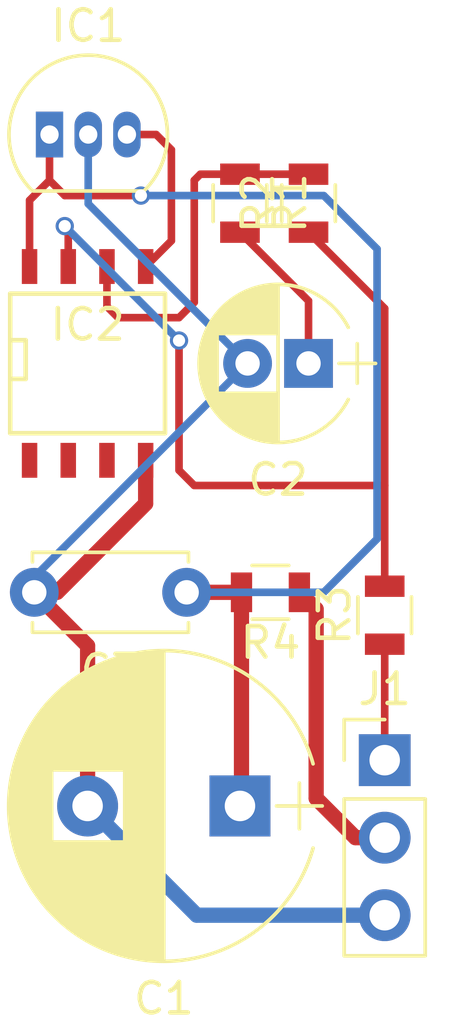
<source format=kicad_pcb>
(kicad_pcb (version 4) (host pcbnew 4.0.7)

  (general
    (links 17)
    (no_connects 0)
    (area 0 0 0 0)
    (thickness 1.6)
    (drawings 0)
    (tracks 57)
    (zones 0)
    (modules 10)
    (nets 12)
  )

  (page A4)
  (layers
    (0 F.Cu signal)
    (31 B.Cu signal)
    (32 B.Adhes user hide)
    (33 F.Adhes user hide)
    (34 B.Paste user hide)
    (35 F.Paste user hide)
    (36 B.SilkS user hide)
    (37 F.SilkS user)
    (38 B.Mask user hide)
    (39 F.Mask user hide)
    (40 Dwgs.User user hide)
    (41 Cmts.User user hide)
    (42 Eco1.User user hide)
    (43 Eco2.User user hide)
    (44 Edge.Cuts user hide)
    (45 Margin user hide)
    (46 B.CrtYd user hide)
    (47 F.CrtYd user)
    (48 B.Fab user hide)
    (49 F.Fab user)
  )

  (setup
    (last_trace_width 0.25)
    (user_trace_width 0.5)
    (trace_clearance 0.2)
    (zone_clearance 0.508)
    (zone_45_only no)
    (trace_min 0.2)
    (segment_width 0.2)
    (edge_width 0.1)
    (via_size 0.6)
    (via_drill 0.4)
    (via_min_size 0.4)
    (via_min_drill 0.3)
    (uvia_size 0.3)
    (uvia_drill 0.1)
    (uvias_allowed no)
    (uvia_min_size 0.2)
    (uvia_min_drill 0.1)
    (pcb_text_width 0.3)
    (pcb_text_size 1.5 1.5)
    (mod_edge_width 0.15)
    (mod_text_size 1 1)
    (mod_text_width 0.15)
    (pad_size 1.5 1.5)
    (pad_drill 0.6)
    (pad_to_mask_clearance 0)
    (aux_axis_origin 199 110.5)
    (grid_origin 150.75 87.75)
    (visible_elements FFFFFF1F)
    (pcbplotparams
      (layerselection 0x00030_80000001)
      (usegerberextensions false)
      (excludeedgelayer true)
      (linewidth 0.100000)
      (plotframeref false)
      (viasonmask false)
      (mode 1)
      (useauxorigin false)
      (hpglpennumber 1)
      (hpglpenspeed 20)
      (hpglpendiameter 15)
      (hpglpenoverlay 2)
      (psnegative false)
      (psa4output false)
      (plotreference true)
      (plotvalue true)
      (plotinvisibletext false)
      (padsonsilk false)
      (subtractmaskfromsilk false)
      (outputformat 1)
      (mirror false)
      (drillshape 1)
      (scaleselection 1)
      (outputdirectory ""))
  )

  (net 0 "")
  (net 1 +5V)
  (net 2 GND)
  (net 3 "Net-(C2-Pad1)")
  (net 4 "Net-(IC1-Pad3)")
  (net 5 "Net-(IC2-Pad7)")
  (net 6 "Net-(IC2-Pad6)")
  (net 7 "Net-(IC2-Pad3)")
  (net 8 "Net-(IC2-Pad2)")
  (net 9 "Net-(IC2-Pad1)")
  (net 10 "Net-(J1-Pad1)")
  (net 11 "Net-(J1-Pad2)")

  (net_class Default "This is the default net class."
    (clearance 0.2)
    (trace_width 0.25)
    (via_dia 0.6)
    (via_drill 0.4)
    (uvia_dia 0.3)
    (uvia_drill 0.1)
    (add_net +5V)
    (add_net GND)
    (add_net "Net-(C2-Pad1)")
    (add_net "Net-(IC1-Pad3)")
    (add_net "Net-(IC2-Pad1)")
    (add_net "Net-(IC2-Pad2)")
    (add_net "Net-(IC2-Pad3)")
    (add_net "Net-(IC2-Pad6)")
    (add_net "Net-(IC2-Pad7)")
    (add_net "Net-(J1-Pad1)")
    (add_net "Net-(J1-Pad2)")
  )

  (module Capacitors_ThroughHole:CP_Radial_D10.0mm_P5.00mm (layer F.Cu) (tedit 59EC7CF3) (tstamp 59EBF6C8)
    (at 107.75 125 180)
    (descr "CP, Radial series, Radial, pin pitch=5.00mm, , diameter=10mm, Electrolytic Capacitor")
    (tags "CP Radial series Radial pin pitch 5.00mm  diameter 10mm Electrolytic Capacitor")
    (path /59626EF0)
    (fp_text reference C1 (at 2.5 -6.31 180) (layer F.SilkS)
      (effects (font (size 1 1) (thickness 0.15)))
    )
    (fp_text value 1000µ (at 2.5 -6.25 180) (layer F.Fab)
      (effects (font (size 1 1) (thickness 0.15)))
    )
    (fp_arc (start 2.5 0) (end -2.399357 -1.38) (angle 148.5) (layer F.SilkS) (width 0.12))
    (fp_arc (start 2.5 0) (end -2.399357 1.38) (angle -148.5) (layer F.SilkS) (width 0.12))
    (fp_arc (start 2.5 0) (end 7.399357 -1.38) (angle 31.5) (layer F.SilkS) (width 0.12))
    (fp_circle (center 2.5 0) (end 7.5 0) (layer F.Fab) (width 0.1))
    (fp_line (start -2.7 0) (end -1.2 0) (layer F.Fab) (width 0.1))
    (fp_line (start -1.95 -0.75) (end -1.95 0.75) (layer F.Fab) (width 0.1))
    (fp_line (start 2.5 -5.05) (end 2.5 5.05) (layer F.SilkS) (width 0.12))
    (fp_line (start 2.54 -5.05) (end 2.54 5.05) (layer F.SilkS) (width 0.12))
    (fp_line (start 2.58 -5.05) (end 2.58 5.05) (layer F.SilkS) (width 0.12))
    (fp_line (start 2.62 -5.049) (end 2.62 5.049) (layer F.SilkS) (width 0.12))
    (fp_line (start 2.66 -5.048) (end 2.66 5.048) (layer F.SilkS) (width 0.12))
    (fp_line (start 2.7 -5.047) (end 2.7 5.047) (layer F.SilkS) (width 0.12))
    (fp_line (start 2.74 -5.045) (end 2.74 5.045) (layer F.SilkS) (width 0.12))
    (fp_line (start 2.78 -5.043) (end 2.78 5.043) (layer F.SilkS) (width 0.12))
    (fp_line (start 2.82 -5.04) (end 2.82 5.04) (layer F.SilkS) (width 0.12))
    (fp_line (start 2.86 -5.038) (end 2.86 5.038) (layer F.SilkS) (width 0.12))
    (fp_line (start 2.9 -5.035) (end 2.9 5.035) (layer F.SilkS) (width 0.12))
    (fp_line (start 2.94 -5.031) (end 2.94 5.031) (layer F.SilkS) (width 0.12))
    (fp_line (start 2.98 -5.028) (end 2.98 5.028) (layer F.SilkS) (width 0.12))
    (fp_line (start 3.02 -5.024) (end 3.02 5.024) (layer F.SilkS) (width 0.12))
    (fp_line (start 3.06 -5.02) (end 3.06 5.02) (layer F.SilkS) (width 0.12))
    (fp_line (start 3.1 -5.015) (end 3.1 5.015) (layer F.SilkS) (width 0.12))
    (fp_line (start 3.14 -5.01) (end 3.14 5.01) (layer F.SilkS) (width 0.12))
    (fp_line (start 3.18 -5.005) (end 3.18 5.005) (layer F.SilkS) (width 0.12))
    (fp_line (start 3.221 -4.999) (end 3.221 4.999) (layer F.SilkS) (width 0.12))
    (fp_line (start 3.261 -4.993) (end 3.261 4.993) (layer F.SilkS) (width 0.12))
    (fp_line (start 3.301 -4.987) (end 3.301 4.987) (layer F.SilkS) (width 0.12))
    (fp_line (start 3.341 -4.981) (end 3.341 4.981) (layer F.SilkS) (width 0.12))
    (fp_line (start 3.381 -4.974) (end 3.381 4.974) (layer F.SilkS) (width 0.12))
    (fp_line (start 3.421 -4.967) (end 3.421 4.967) (layer F.SilkS) (width 0.12))
    (fp_line (start 3.461 -4.959) (end 3.461 4.959) (layer F.SilkS) (width 0.12))
    (fp_line (start 3.501 -4.951) (end 3.501 4.951) (layer F.SilkS) (width 0.12))
    (fp_line (start 3.541 -4.943) (end 3.541 4.943) (layer F.SilkS) (width 0.12))
    (fp_line (start 3.581 -4.935) (end 3.581 4.935) (layer F.SilkS) (width 0.12))
    (fp_line (start 3.621 -4.926) (end 3.621 4.926) (layer F.SilkS) (width 0.12))
    (fp_line (start 3.661 -4.917) (end 3.661 4.917) (layer F.SilkS) (width 0.12))
    (fp_line (start 3.701 -4.907) (end 3.701 4.907) (layer F.SilkS) (width 0.12))
    (fp_line (start 3.741 -4.897) (end 3.741 4.897) (layer F.SilkS) (width 0.12))
    (fp_line (start 3.781 -4.887) (end 3.781 4.887) (layer F.SilkS) (width 0.12))
    (fp_line (start 3.821 -4.876) (end 3.821 -1.181) (layer F.SilkS) (width 0.12))
    (fp_line (start 3.821 1.181) (end 3.821 4.876) (layer F.SilkS) (width 0.12))
    (fp_line (start 3.861 -4.865) (end 3.861 -1.181) (layer F.SilkS) (width 0.12))
    (fp_line (start 3.861 1.181) (end 3.861 4.865) (layer F.SilkS) (width 0.12))
    (fp_line (start 3.901 -4.854) (end 3.901 -1.181) (layer F.SilkS) (width 0.12))
    (fp_line (start 3.901 1.181) (end 3.901 4.854) (layer F.SilkS) (width 0.12))
    (fp_line (start 3.941 -4.843) (end 3.941 -1.181) (layer F.SilkS) (width 0.12))
    (fp_line (start 3.941 1.181) (end 3.941 4.843) (layer F.SilkS) (width 0.12))
    (fp_line (start 3.981 -4.831) (end 3.981 -1.181) (layer F.SilkS) (width 0.12))
    (fp_line (start 3.981 1.181) (end 3.981 4.831) (layer F.SilkS) (width 0.12))
    (fp_line (start 4.021 -4.818) (end 4.021 -1.181) (layer F.SilkS) (width 0.12))
    (fp_line (start 4.021 1.181) (end 4.021 4.818) (layer F.SilkS) (width 0.12))
    (fp_line (start 4.061 -4.806) (end 4.061 -1.181) (layer F.SilkS) (width 0.12))
    (fp_line (start 4.061 1.181) (end 4.061 4.806) (layer F.SilkS) (width 0.12))
    (fp_line (start 4.101 -4.792) (end 4.101 -1.181) (layer F.SilkS) (width 0.12))
    (fp_line (start 4.101 1.181) (end 4.101 4.792) (layer F.SilkS) (width 0.12))
    (fp_line (start 4.141 -4.779) (end 4.141 -1.181) (layer F.SilkS) (width 0.12))
    (fp_line (start 4.141 1.181) (end 4.141 4.779) (layer F.SilkS) (width 0.12))
    (fp_line (start 4.181 -4.765) (end 4.181 -1.181) (layer F.SilkS) (width 0.12))
    (fp_line (start 4.181 1.181) (end 4.181 4.765) (layer F.SilkS) (width 0.12))
    (fp_line (start 4.221 -4.751) (end 4.221 -1.181) (layer F.SilkS) (width 0.12))
    (fp_line (start 4.221 1.181) (end 4.221 4.751) (layer F.SilkS) (width 0.12))
    (fp_line (start 4.261 -4.737) (end 4.261 -1.181) (layer F.SilkS) (width 0.12))
    (fp_line (start 4.261 1.181) (end 4.261 4.737) (layer F.SilkS) (width 0.12))
    (fp_line (start 4.301 -4.722) (end 4.301 -1.181) (layer F.SilkS) (width 0.12))
    (fp_line (start 4.301 1.181) (end 4.301 4.722) (layer F.SilkS) (width 0.12))
    (fp_line (start 4.341 -4.706) (end 4.341 -1.181) (layer F.SilkS) (width 0.12))
    (fp_line (start 4.341 1.181) (end 4.341 4.706) (layer F.SilkS) (width 0.12))
    (fp_line (start 4.381 -4.691) (end 4.381 -1.181) (layer F.SilkS) (width 0.12))
    (fp_line (start 4.381 1.181) (end 4.381 4.691) (layer F.SilkS) (width 0.12))
    (fp_line (start 4.421 -4.674) (end 4.421 -1.181) (layer F.SilkS) (width 0.12))
    (fp_line (start 4.421 1.181) (end 4.421 4.674) (layer F.SilkS) (width 0.12))
    (fp_line (start 4.461 -4.658) (end 4.461 -1.181) (layer F.SilkS) (width 0.12))
    (fp_line (start 4.461 1.181) (end 4.461 4.658) (layer F.SilkS) (width 0.12))
    (fp_line (start 4.501 -4.641) (end 4.501 -1.181) (layer F.SilkS) (width 0.12))
    (fp_line (start 4.501 1.181) (end 4.501 4.641) (layer F.SilkS) (width 0.12))
    (fp_line (start 4.541 -4.624) (end 4.541 -1.181) (layer F.SilkS) (width 0.12))
    (fp_line (start 4.541 1.181) (end 4.541 4.624) (layer F.SilkS) (width 0.12))
    (fp_line (start 4.581 -4.606) (end 4.581 -1.181) (layer F.SilkS) (width 0.12))
    (fp_line (start 4.581 1.181) (end 4.581 4.606) (layer F.SilkS) (width 0.12))
    (fp_line (start 4.621 -4.588) (end 4.621 -1.181) (layer F.SilkS) (width 0.12))
    (fp_line (start 4.621 1.181) (end 4.621 4.588) (layer F.SilkS) (width 0.12))
    (fp_line (start 4.661 -4.569) (end 4.661 -1.181) (layer F.SilkS) (width 0.12))
    (fp_line (start 4.661 1.181) (end 4.661 4.569) (layer F.SilkS) (width 0.12))
    (fp_line (start 4.701 -4.55) (end 4.701 -1.181) (layer F.SilkS) (width 0.12))
    (fp_line (start 4.701 1.181) (end 4.701 4.55) (layer F.SilkS) (width 0.12))
    (fp_line (start 4.741 -4.531) (end 4.741 -1.181) (layer F.SilkS) (width 0.12))
    (fp_line (start 4.741 1.181) (end 4.741 4.531) (layer F.SilkS) (width 0.12))
    (fp_line (start 4.781 -4.511) (end 4.781 -1.181) (layer F.SilkS) (width 0.12))
    (fp_line (start 4.781 1.181) (end 4.781 4.511) (layer F.SilkS) (width 0.12))
    (fp_line (start 4.821 -4.491) (end 4.821 -1.181) (layer F.SilkS) (width 0.12))
    (fp_line (start 4.821 1.181) (end 4.821 4.491) (layer F.SilkS) (width 0.12))
    (fp_line (start 4.861 -4.47) (end 4.861 -1.181) (layer F.SilkS) (width 0.12))
    (fp_line (start 4.861 1.181) (end 4.861 4.47) (layer F.SilkS) (width 0.12))
    (fp_line (start 4.901 -4.449) (end 4.901 -1.181) (layer F.SilkS) (width 0.12))
    (fp_line (start 4.901 1.181) (end 4.901 4.449) (layer F.SilkS) (width 0.12))
    (fp_line (start 4.941 -4.428) (end 4.941 -1.181) (layer F.SilkS) (width 0.12))
    (fp_line (start 4.941 1.181) (end 4.941 4.428) (layer F.SilkS) (width 0.12))
    (fp_line (start 4.981 -4.405) (end 4.981 -1.181) (layer F.SilkS) (width 0.12))
    (fp_line (start 4.981 1.181) (end 4.981 4.405) (layer F.SilkS) (width 0.12))
    (fp_line (start 5.021 -4.383) (end 5.021 -1.181) (layer F.SilkS) (width 0.12))
    (fp_line (start 5.021 1.181) (end 5.021 4.383) (layer F.SilkS) (width 0.12))
    (fp_line (start 5.061 -4.36) (end 5.061 -1.181) (layer F.SilkS) (width 0.12))
    (fp_line (start 5.061 1.181) (end 5.061 4.36) (layer F.SilkS) (width 0.12))
    (fp_line (start 5.101 -4.336) (end 5.101 -1.181) (layer F.SilkS) (width 0.12))
    (fp_line (start 5.101 1.181) (end 5.101 4.336) (layer F.SilkS) (width 0.12))
    (fp_line (start 5.141 -4.312) (end 5.141 -1.181) (layer F.SilkS) (width 0.12))
    (fp_line (start 5.141 1.181) (end 5.141 4.312) (layer F.SilkS) (width 0.12))
    (fp_line (start 5.181 -4.288) (end 5.181 -1.181) (layer F.SilkS) (width 0.12))
    (fp_line (start 5.181 1.181) (end 5.181 4.288) (layer F.SilkS) (width 0.12))
    (fp_line (start 5.221 -4.263) (end 5.221 -1.181) (layer F.SilkS) (width 0.12))
    (fp_line (start 5.221 1.181) (end 5.221 4.263) (layer F.SilkS) (width 0.12))
    (fp_line (start 5.261 -4.237) (end 5.261 -1.181) (layer F.SilkS) (width 0.12))
    (fp_line (start 5.261 1.181) (end 5.261 4.237) (layer F.SilkS) (width 0.12))
    (fp_line (start 5.301 -4.211) (end 5.301 -1.181) (layer F.SilkS) (width 0.12))
    (fp_line (start 5.301 1.181) (end 5.301 4.211) (layer F.SilkS) (width 0.12))
    (fp_line (start 5.341 -4.185) (end 5.341 -1.181) (layer F.SilkS) (width 0.12))
    (fp_line (start 5.341 1.181) (end 5.341 4.185) (layer F.SilkS) (width 0.12))
    (fp_line (start 5.381 -4.157) (end 5.381 -1.181) (layer F.SilkS) (width 0.12))
    (fp_line (start 5.381 1.181) (end 5.381 4.157) (layer F.SilkS) (width 0.12))
    (fp_line (start 5.421 -4.13) (end 5.421 -1.181) (layer F.SilkS) (width 0.12))
    (fp_line (start 5.421 1.181) (end 5.421 4.13) (layer F.SilkS) (width 0.12))
    (fp_line (start 5.461 -4.101) (end 5.461 -1.181) (layer F.SilkS) (width 0.12))
    (fp_line (start 5.461 1.181) (end 5.461 4.101) (layer F.SilkS) (width 0.12))
    (fp_line (start 5.501 -4.072) (end 5.501 -1.181) (layer F.SilkS) (width 0.12))
    (fp_line (start 5.501 1.181) (end 5.501 4.072) (layer F.SilkS) (width 0.12))
    (fp_line (start 5.541 -4.043) (end 5.541 -1.181) (layer F.SilkS) (width 0.12))
    (fp_line (start 5.541 1.181) (end 5.541 4.043) (layer F.SilkS) (width 0.12))
    (fp_line (start 5.581 -4.013) (end 5.581 -1.181) (layer F.SilkS) (width 0.12))
    (fp_line (start 5.581 1.181) (end 5.581 4.013) (layer F.SilkS) (width 0.12))
    (fp_line (start 5.621 -3.982) (end 5.621 -1.181) (layer F.SilkS) (width 0.12))
    (fp_line (start 5.621 1.181) (end 5.621 3.982) (layer F.SilkS) (width 0.12))
    (fp_line (start 5.661 -3.951) (end 5.661 -1.181) (layer F.SilkS) (width 0.12))
    (fp_line (start 5.661 1.181) (end 5.661 3.951) (layer F.SilkS) (width 0.12))
    (fp_line (start 5.701 -3.919) (end 5.701 -1.181) (layer F.SilkS) (width 0.12))
    (fp_line (start 5.701 1.181) (end 5.701 3.919) (layer F.SilkS) (width 0.12))
    (fp_line (start 5.741 -3.886) (end 5.741 -1.181) (layer F.SilkS) (width 0.12))
    (fp_line (start 5.741 1.181) (end 5.741 3.886) (layer F.SilkS) (width 0.12))
    (fp_line (start 5.781 -3.853) (end 5.781 -1.181) (layer F.SilkS) (width 0.12))
    (fp_line (start 5.781 1.181) (end 5.781 3.853) (layer F.SilkS) (width 0.12))
    (fp_line (start 5.821 -3.819) (end 5.821 -1.181) (layer F.SilkS) (width 0.12))
    (fp_line (start 5.821 1.181) (end 5.821 3.819) (layer F.SilkS) (width 0.12))
    (fp_line (start 5.861 -3.784) (end 5.861 -1.181) (layer F.SilkS) (width 0.12))
    (fp_line (start 5.861 1.181) (end 5.861 3.784) (layer F.SilkS) (width 0.12))
    (fp_line (start 5.901 -3.748) (end 5.901 -1.181) (layer F.SilkS) (width 0.12))
    (fp_line (start 5.901 1.181) (end 5.901 3.748) (layer F.SilkS) (width 0.12))
    (fp_line (start 5.941 -3.712) (end 5.941 -1.181) (layer F.SilkS) (width 0.12))
    (fp_line (start 5.941 1.181) (end 5.941 3.712) (layer F.SilkS) (width 0.12))
    (fp_line (start 5.981 -3.675) (end 5.981 -1.181) (layer F.SilkS) (width 0.12))
    (fp_line (start 5.981 1.181) (end 5.981 3.675) (layer F.SilkS) (width 0.12))
    (fp_line (start 6.021 -3.637) (end 6.021 -1.181) (layer F.SilkS) (width 0.12))
    (fp_line (start 6.021 1.181) (end 6.021 3.637) (layer F.SilkS) (width 0.12))
    (fp_line (start 6.061 -3.598) (end 6.061 -1.181) (layer F.SilkS) (width 0.12))
    (fp_line (start 6.061 1.181) (end 6.061 3.598) (layer F.SilkS) (width 0.12))
    (fp_line (start 6.101 -3.559) (end 6.101 -1.181) (layer F.SilkS) (width 0.12))
    (fp_line (start 6.101 1.181) (end 6.101 3.559) (layer F.SilkS) (width 0.12))
    (fp_line (start 6.141 -3.518) (end 6.141 -1.181) (layer F.SilkS) (width 0.12))
    (fp_line (start 6.141 1.181) (end 6.141 3.518) (layer F.SilkS) (width 0.12))
    (fp_line (start 6.181 -3.477) (end 6.181 3.477) (layer F.SilkS) (width 0.12))
    (fp_line (start 6.221 -3.435) (end 6.221 3.435) (layer F.SilkS) (width 0.12))
    (fp_line (start 6.261 -3.391) (end 6.261 3.391) (layer F.SilkS) (width 0.12))
    (fp_line (start 6.301 -3.347) (end 6.301 3.347) (layer F.SilkS) (width 0.12))
    (fp_line (start 6.341 -3.302) (end 6.341 3.302) (layer F.SilkS) (width 0.12))
    (fp_line (start 6.381 -3.255) (end 6.381 3.255) (layer F.SilkS) (width 0.12))
    (fp_line (start 6.421 -3.207) (end 6.421 3.207) (layer F.SilkS) (width 0.12))
    (fp_line (start 6.461 -3.158) (end 6.461 3.158) (layer F.SilkS) (width 0.12))
    (fp_line (start 6.501 -3.108) (end 6.501 3.108) (layer F.SilkS) (width 0.12))
    (fp_line (start 6.541 -3.057) (end 6.541 3.057) (layer F.SilkS) (width 0.12))
    (fp_line (start 6.581 -3.004) (end 6.581 3.004) (layer F.SilkS) (width 0.12))
    (fp_line (start 6.621 -2.949) (end 6.621 2.949) (layer F.SilkS) (width 0.12))
    (fp_line (start 6.661 -2.894) (end 6.661 2.894) (layer F.SilkS) (width 0.12))
    (fp_line (start 6.701 -2.836) (end 6.701 2.836) (layer F.SilkS) (width 0.12))
    (fp_line (start 6.741 -2.777) (end 6.741 2.777) (layer F.SilkS) (width 0.12))
    (fp_line (start 6.781 -2.715) (end 6.781 2.715) (layer F.SilkS) (width 0.12))
    (fp_line (start 6.821 -2.652) (end 6.821 2.652) (layer F.SilkS) (width 0.12))
    (fp_line (start 6.861 -2.587) (end 6.861 2.587) (layer F.SilkS) (width 0.12))
    (fp_line (start 6.901 -2.519) (end 6.901 2.519) (layer F.SilkS) (width 0.12))
    (fp_line (start 6.941 -2.449) (end 6.941 2.449) (layer F.SilkS) (width 0.12))
    (fp_line (start 6.981 -2.377) (end 6.981 2.377) (layer F.SilkS) (width 0.12))
    (fp_line (start 7.021 -2.301) (end 7.021 2.301) (layer F.SilkS) (width 0.12))
    (fp_line (start 7.061 -2.222) (end 7.061 2.222) (layer F.SilkS) (width 0.12))
    (fp_line (start 7.101 -2.14) (end 7.101 2.14) (layer F.SilkS) (width 0.12))
    (fp_line (start 7.141 -2.053) (end 7.141 2.053) (layer F.SilkS) (width 0.12))
    (fp_line (start 7.181 -1.962) (end 7.181 1.962) (layer F.SilkS) (width 0.12))
    (fp_line (start 7.221 -1.866) (end 7.221 1.866) (layer F.SilkS) (width 0.12))
    (fp_line (start 7.261 -1.763) (end 7.261 1.763) (layer F.SilkS) (width 0.12))
    (fp_line (start 7.301 -1.654) (end 7.301 1.654) (layer F.SilkS) (width 0.12))
    (fp_line (start 7.341 -1.536) (end 7.341 1.536) (layer F.SilkS) (width 0.12))
    (fp_line (start 7.381 -1.407) (end 7.381 1.407) (layer F.SilkS) (width 0.12))
    (fp_line (start 7.421 -1.265) (end 7.421 1.265) (layer F.SilkS) (width 0.12))
    (fp_line (start 7.461 -1.104) (end 7.461 1.104) (layer F.SilkS) (width 0.12))
    (fp_line (start 7.501 -0.913) (end 7.501 0.913) (layer F.SilkS) (width 0.12))
    (fp_line (start 7.541 -0.672) (end 7.541 0.672) (layer F.SilkS) (width 0.12))
    (fp_line (start 7.581 -0.279) (end 7.581 0.279) (layer F.SilkS) (width 0.12))
    (fp_line (start -2.7 0) (end -1.2 0) (layer F.SilkS) (width 0.12))
    (fp_line (start -1.95 -0.75) (end -1.95 0.75) (layer F.SilkS) (width 0.12))
    (fp_line (start -2.85 -5.35) (end -2.85 5.35) (layer F.CrtYd) (width 0.05))
    (fp_line (start -2.85 5.35) (end 7.85 5.35) (layer F.CrtYd) (width 0.05))
    (fp_line (start 7.85 5.35) (end 7.85 -5.35) (layer F.CrtYd) (width 0.05))
    (fp_line (start 7.85 -5.35) (end -2.85 -5.35) (layer F.CrtYd) (width 0.05))
    (fp_text user %R (at 2.5 0 180) (layer F.Fab)
      (effects (font (size 1 1) (thickness 0.15)))
    )
    (pad 1 thru_hole rect (at 0 0 180) (size 2 2) (drill 1) (layers *.Cu *.Mask)
      (net 1 +5V))
    (pad 2 thru_hole circle (at 5 0 180) (size 2 2) (drill 1) (layers *.Cu *.Mask)
      (net 2 GND))
    (model ${KISYS3DMOD}/Capacitors_THT.3dshapes/CP_Radial_D10.0mm_P5.00mm.wrl
      (at (xyz 0 0 0))
      (scale (xyz 1 1 1))
      (rotate (xyz 0 0 0))
    )
  )

  (module Capacitors_ThroughHole:CP_Radial_D5.0mm_P2.00mm (layer F.Cu) (tedit 597BC7C2) (tstamp 59EBF6CE)
    (at 110 110.5 180)
    (descr "CP, Radial series, Radial, pin pitch=2.00mm, , diameter=5mm, Electrolytic Capacitor")
    (tags "CP Radial series Radial pin pitch 2.00mm  diameter 5mm Electrolytic Capacitor")
    (path /596263AE)
    (fp_text reference C2 (at 1 -3.81 180) (layer F.SilkS)
      (effects (font (size 1 1) (thickness 0.15)))
    )
    (fp_text value 22µ (at 1 3.81 180) (layer F.Fab)
      (effects (font (size 1 1) (thickness 0.15)))
    )
    (fp_arc (start 1 0) (end -1.30558 -1.18) (angle 125.8) (layer F.SilkS) (width 0.12))
    (fp_arc (start 1 0) (end -1.30558 1.18) (angle -125.8) (layer F.SilkS) (width 0.12))
    (fp_arc (start 1 0) (end 3.30558 -1.18) (angle 54.2) (layer F.SilkS) (width 0.12))
    (fp_circle (center 1 0) (end 3.5 0) (layer F.Fab) (width 0.1))
    (fp_line (start -2.2 0) (end -1 0) (layer F.Fab) (width 0.1))
    (fp_line (start -1.6 -0.65) (end -1.6 0.65) (layer F.Fab) (width 0.1))
    (fp_line (start 1 -2.55) (end 1 2.55) (layer F.SilkS) (width 0.12))
    (fp_line (start 1.04 -2.55) (end 1.04 -0.98) (layer F.SilkS) (width 0.12))
    (fp_line (start 1.04 0.98) (end 1.04 2.55) (layer F.SilkS) (width 0.12))
    (fp_line (start 1.08 -2.549) (end 1.08 -0.98) (layer F.SilkS) (width 0.12))
    (fp_line (start 1.08 0.98) (end 1.08 2.549) (layer F.SilkS) (width 0.12))
    (fp_line (start 1.12 -2.548) (end 1.12 -0.98) (layer F.SilkS) (width 0.12))
    (fp_line (start 1.12 0.98) (end 1.12 2.548) (layer F.SilkS) (width 0.12))
    (fp_line (start 1.16 -2.546) (end 1.16 -0.98) (layer F.SilkS) (width 0.12))
    (fp_line (start 1.16 0.98) (end 1.16 2.546) (layer F.SilkS) (width 0.12))
    (fp_line (start 1.2 -2.543) (end 1.2 -0.98) (layer F.SilkS) (width 0.12))
    (fp_line (start 1.2 0.98) (end 1.2 2.543) (layer F.SilkS) (width 0.12))
    (fp_line (start 1.24 -2.539) (end 1.24 -0.98) (layer F.SilkS) (width 0.12))
    (fp_line (start 1.24 0.98) (end 1.24 2.539) (layer F.SilkS) (width 0.12))
    (fp_line (start 1.28 -2.535) (end 1.28 -0.98) (layer F.SilkS) (width 0.12))
    (fp_line (start 1.28 0.98) (end 1.28 2.535) (layer F.SilkS) (width 0.12))
    (fp_line (start 1.32 -2.531) (end 1.32 -0.98) (layer F.SilkS) (width 0.12))
    (fp_line (start 1.32 0.98) (end 1.32 2.531) (layer F.SilkS) (width 0.12))
    (fp_line (start 1.36 -2.525) (end 1.36 -0.98) (layer F.SilkS) (width 0.12))
    (fp_line (start 1.36 0.98) (end 1.36 2.525) (layer F.SilkS) (width 0.12))
    (fp_line (start 1.4 -2.519) (end 1.4 -0.98) (layer F.SilkS) (width 0.12))
    (fp_line (start 1.4 0.98) (end 1.4 2.519) (layer F.SilkS) (width 0.12))
    (fp_line (start 1.44 -2.513) (end 1.44 -0.98) (layer F.SilkS) (width 0.12))
    (fp_line (start 1.44 0.98) (end 1.44 2.513) (layer F.SilkS) (width 0.12))
    (fp_line (start 1.48 -2.506) (end 1.48 -0.98) (layer F.SilkS) (width 0.12))
    (fp_line (start 1.48 0.98) (end 1.48 2.506) (layer F.SilkS) (width 0.12))
    (fp_line (start 1.52 -2.498) (end 1.52 -0.98) (layer F.SilkS) (width 0.12))
    (fp_line (start 1.52 0.98) (end 1.52 2.498) (layer F.SilkS) (width 0.12))
    (fp_line (start 1.56 -2.489) (end 1.56 -0.98) (layer F.SilkS) (width 0.12))
    (fp_line (start 1.56 0.98) (end 1.56 2.489) (layer F.SilkS) (width 0.12))
    (fp_line (start 1.6 -2.48) (end 1.6 -0.98) (layer F.SilkS) (width 0.12))
    (fp_line (start 1.6 0.98) (end 1.6 2.48) (layer F.SilkS) (width 0.12))
    (fp_line (start 1.64 -2.47) (end 1.64 -0.98) (layer F.SilkS) (width 0.12))
    (fp_line (start 1.64 0.98) (end 1.64 2.47) (layer F.SilkS) (width 0.12))
    (fp_line (start 1.68 -2.46) (end 1.68 -0.98) (layer F.SilkS) (width 0.12))
    (fp_line (start 1.68 0.98) (end 1.68 2.46) (layer F.SilkS) (width 0.12))
    (fp_line (start 1.721 -2.448) (end 1.721 -0.98) (layer F.SilkS) (width 0.12))
    (fp_line (start 1.721 0.98) (end 1.721 2.448) (layer F.SilkS) (width 0.12))
    (fp_line (start 1.761 -2.436) (end 1.761 -0.98) (layer F.SilkS) (width 0.12))
    (fp_line (start 1.761 0.98) (end 1.761 2.436) (layer F.SilkS) (width 0.12))
    (fp_line (start 1.801 -2.424) (end 1.801 -0.98) (layer F.SilkS) (width 0.12))
    (fp_line (start 1.801 0.98) (end 1.801 2.424) (layer F.SilkS) (width 0.12))
    (fp_line (start 1.841 -2.41) (end 1.841 -0.98) (layer F.SilkS) (width 0.12))
    (fp_line (start 1.841 0.98) (end 1.841 2.41) (layer F.SilkS) (width 0.12))
    (fp_line (start 1.881 -2.396) (end 1.881 -0.98) (layer F.SilkS) (width 0.12))
    (fp_line (start 1.881 0.98) (end 1.881 2.396) (layer F.SilkS) (width 0.12))
    (fp_line (start 1.921 -2.382) (end 1.921 -0.98) (layer F.SilkS) (width 0.12))
    (fp_line (start 1.921 0.98) (end 1.921 2.382) (layer F.SilkS) (width 0.12))
    (fp_line (start 1.961 -2.366) (end 1.961 -0.98) (layer F.SilkS) (width 0.12))
    (fp_line (start 1.961 0.98) (end 1.961 2.366) (layer F.SilkS) (width 0.12))
    (fp_line (start 2.001 -2.35) (end 2.001 -0.98) (layer F.SilkS) (width 0.12))
    (fp_line (start 2.001 0.98) (end 2.001 2.35) (layer F.SilkS) (width 0.12))
    (fp_line (start 2.041 -2.333) (end 2.041 -0.98) (layer F.SilkS) (width 0.12))
    (fp_line (start 2.041 0.98) (end 2.041 2.333) (layer F.SilkS) (width 0.12))
    (fp_line (start 2.081 -2.315) (end 2.081 -0.98) (layer F.SilkS) (width 0.12))
    (fp_line (start 2.081 0.98) (end 2.081 2.315) (layer F.SilkS) (width 0.12))
    (fp_line (start 2.121 -2.296) (end 2.121 -0.98) (layer F.SilkS) (width 0.12))
    (fp_line (start 2.121 0.98) (end 2.121 2.296) (layer F.SilkS) (width 0.12))
    (fp_line (start 2.161 -2.276) (end 2.161 -0.98) (layer F.SilkS) (width 0.12))
    (fp_line (start 2.161 0.98) (end 2.161 2.276) (layer F.SilkS) (width 0.12))
    (fp_line (start 2.201 -2.256) (end 2.201 -0.98) (layer F.SilkS) (width 0.12))
    (fp_line (start 2.201 0.98) (end 2.201 2.256) (layer F.SilkS) (width 0.12))
    (fp_line (start 2.241 -2.234) (end 2.241 -0.98) (layer F.SilkS) (width 0.12))
    (fp_line (start 2.241 0.98) (end 2.241 2.234) (layer F.SilkS) (width 0.12))
    (fp_line (start 2.281 -2.212) (end 2.281 -0.98) (layer F.SilkS) (width 0.12))
    (fp_line (start 2.281 0.98) (end 2.281 2.212) (layer F.SilkS) (width 0.12))
    (fp_line (start 2.321 -2.189) (end 2.321 -0.98) (layer F.SilkS) (width 0.12))
    (fp_line (start 2.321 0.98) (end 2.321 2.189) (layer F.SilkS) (width 0.12))
    (fp_line (start 2.361 -2.165) (end 2.361 -0.98) (layer F.SilkS) (width 0.12))
    (fp_line (start 2.361 0.98) (end 2.361 2.165) (layer F.SilkS) (width 0.12))
    (fp_line (start 2.401 -2.14) (end 2.401 -0.98) (layer F.SilkS) (width 0.12))
    (fp_line (start 2.401 0.98) (end 2.401 2.14) (layer F.SilkS) (width 0.12))
    (fp_line (start 2.441 -2.113) (end 2.441 -0.98) (layer F.SilkS) (width 0.12))
    (fp_line (start 2.441 0.98) (end 2.441 2.113) (layer F.SilkS) (width 0.12))
    (fp_line (start 2.481 -2.086) (end 2.481 -0.98) (layer F.SilkS) (width 0.12))
    (fp_line (start 2.481 0.98) (end 2.481 2.086) (layer F.SilkS) (width 0.12))
    (fp_line (start 2.521 -2.058) (end 2.521 -0.98) (layer F.SilkS) (width 0.12))
    (fp_line (start 2.521 0.98) (end 2.521 2.058) (layer F.SilkS) (width 0.12))
    (fp_line (start 2.561 -2.028) (end 2.561 -0.98) (layer F.SilkS) (width 0.12))
    (fp_line (start 2.561 0.98) (end 2.561 2.028) (layer F.SilkS) (width 0.12))
    (fp_line (start 2.601 -1.997) (end 2.601 -0.98) (layer F.SilkS) (width 0.12))
    (fp_line (start 2.601 0.98) (end 2.601 1.997) (layer F.SilkS) (width 0.12))
    (fp_line (start 2.641 -1.965) (end 2.641 -0.98) (layer F.SilkS) (width 0.12))
    (fp_line (start 2.641 0.98) (end 2.641 1.965) (layer F.SilkS) (width 0.12))
    (fp_line (start 2.681 -1.932) (end 2.681 -0.98) (layer F.SilkS) (width 0.12))
    (fp_line (start 2.681 0.98) (end 2.681 1.932) (layer F.SilkS) (width 0.12))
    (fp_line (start 2.721 -1.897) (end 2.721 -0.98) (layer F.SilkS) (width 0.12))
    (fp_line (start 2.721 0.98) (end 2.721 1.897) (layer F.SilkS) (width 0.12))
    (fp_line (start 2.761 -1.861) (end 2.761 -0.98) (layer F.SilkS) (width 0.12))
    (fp_line (start 2.761 0.98) (end 2.761 1.861) (layer F.SilkS) (width 0.12))
    (fp_line (start 2.801 -1.823) (end 2.801 -0.98) (layer F.SilkS) (width 0.12))
    (fp_line (start 2.801 0.98) (end 2.801 1.823) (layer F.SilkS) (width 0.12))
    (fp_line (start 2.841 -1.783) (end 2.841 -0.98) (layer F.SilkS) (width 0.12))
    (fp_line (start 2.841 0.98) (end 2.841 1.783) (layer F.SilkS) (width 0.12))
    (fp_line (start 2.881 -1.742) (end 2.881 -0.98) (layer F.SilkS) (width 0.12))
    (fp_line (start 2.881 0.98) (end 2.881 1.742) (layer F.SilkS) (width 0.12))
    (fp_line (start 2.921 -1.699) (end 2.921 -0.98) (layer F.SilkS) (width 0.12))
    (fp_line (start 2.921 0.98) (end 2.921 1.699) (layer F.SilkS) (width 0.12))
    (fp_line (start 2.961 -1.654) (end 2.961 -0.98) (layer F.SilkS) (width 0.12))
    (fp_line (start 2.961 0.98) (end 2.961 1.654) (layer F.SilkS) (width 0.12))
    (fp_line (start 3.001 -1.606) (end 3.001 1.606) (layer F.SilkS) (width 0.12))
    (fp_line (start 3.041 -1.556) (end 3.041 1.556) (layer F.SilkS) (width 0.12))
    (fp_line (start 3.081 -1.504) (end 3.081 1.504) (layer F.SilkS) (width 0.12))
    (fp_line (start 3.121 -1.448) (end 3.121 1.448) (layer F.SilkS) (width 0.12))
    (fp_line (start 3.161 -1.39) (end 3.161 1.39) (layer F.SilkS) (width 0.12))
    (fp_line (start 3.201 -1.327) (end 3.201 1.327) (layer F.SilkS) (width 0.12))
    (fp_line (start 3.241 -1.261) (end 3.241 1.261) (layer F.SilkS) (width 0.12))
    (fp_line (start 3.281 -1.189) (end 3.281 1.189) (layer F.SilkS) (width 0.12))
    (fp_line (start 3.321 -1.112) (end 3.321 1.112) (layer F.SilkS) (width 0.12))
    (fp_line (start 3.361 -1.028) (end 3.361 1.028) (layer F.SilkS) (width 0.12))
    (fp_line (start 3.401 -0.934) (end 3.401 0.934) (layer F.SilkS) (width 0.12))
    (fp_line (start 3.441 -0.829) (end 3.441 0.829) (layer F.SilkS) (width 0.12))
    (fp_line (start 3.481 -0.707) (end 3.481 0.707) (layer F.SilkS) (width 0.12))
    (fp_line (start 3.521 -0.559) (end 3.521 0.559) (layer F.SilkS) (width 0.12))
    (fp_line (start 3.561 -0.354) (end 3.561 0.354) (layer F.SilkS) (width 0.12))
    (fp_line (start -2.2 0) (end -1 0) (layer F.SilkS) (width 0.12))
    (fp_line (start -1.6 -0.65) (end -1.6 0.65) (layer F.SilkS) (width 0.12))
    (fp_line (start -1.85 -2.85) (end -1.85 2.85) (layer F.CrtYd) (width 0.05))
    (fp_line (start -1.85 2.85) (end 3.85 2.85) (layer F.CrtYd) (width 0.05))
    (fp_line (start 3.85 2.85) (end 3.85 -2.85) (layer F.CrtYd) (width 0.05))
    (fp_line (start 3.85 -2.85) (end -1.85 -2.85) (layer F.CrtYd) (width 0.05))
    (fp_text user %R (at 1 0 180) (layer F.Fab)
      (effects (font (size 1 1) (thickness 0.15)))
    )
    (pad 1 thru_hole rect (at 0 0 180) (size 1.6 1.6) (drill 0.8) (layers *.Cu *.Mask)
      (net 3 "Net-(C2-Pad1)"))
    (pad 2 thru_hole circle (at 2 0 180) (size 1.6 1.6) (drill 0.8) (layers *.Cu *.Mask)
      (net 2 GND))
    (model ${KISYS3DMOD}/Capacitors_THT.3dshapes/CP_Radial_D5.0mm_P2.00mm.wrl
      (at (xyz 0 0 0))
      (scale (xyz 1 1 1))
      (rotate (xyz 0 0 0))
    )
  )

  (module Capacitors_ThroughHole:C_Disc_D5.0mm_W2.5mm_P5.00mm (layer F.Cu) (tedit 597BC7C2) (tstamp 59EBF6D4)
    (at 106 118 180)
    (descr "C, Disc series, Radial, pin pitch=5.00mm, , diameter*width=5*2.5mm^2, Capacitor, http://cdn-reichelt.de/documents/datenblatt/B300/DS_KERKO_TC.pdf")
    (tags "C Disc series Radial pin pitch 5.00mm  diameter 5mm width 2.5mm Capacitor")
    (path /596270AF)
    (fp_text reference C3 (at 2.5 -2.56 180) (layer F.SilkS)
      (effects (font (size 1 1) (thickness 0.15)))
    )
    (fp_text value 100n (at 2.5 2.56 180) (layer F.Fab)
      (effects (font (size 1 1) (thickness 0.15)))
    )
    (fp_line (start 0 -1.25) (end 0 1.25) (layer F.Fab) (width 0.1))
    (fp_line (start 0 1.25) (end 5 1.25) (layer F.Fab) (width 0.1))
    (fp_line (start 5 1.25) (end 5 -1.25) (layer F.Fab) (width 0.1))
    (fp_line (start 5 -1.25) (end 0 -1.25) (layer F.Fab) (width 0.1))
    (fp_line (start -0.06 -1.31) (end 5.06 -1.31) (layer F.SilkS) (width 0.12))
    (fp_line (start -0.06 1.31) (end 5.06 1.31) (layer F.SilkS) (width 0.12))
    (fp_line (start -0.06 -1.31) (end -0.06 -0.996) (layer F.SilkS) (width 0.12))
    (fp_line (start -0.06 0.996) (end -0.06 1.31) (layer F.SilkS) (width 0.12))
    (fp_line (start 5.06 -1.31) (end 5.06 -0.996) (layer F.SilkS) (width 0.12))
    (fp_line (start 5.06 0.996) (end 5.06 1.31) (layer F.SilkS) (width 0.12))
    (fp_line (start -1.05 -1.6) (end -1.05 1.6) (layer F.CrtYd) (width 0.05))
    (fp_line (start -1.05 1.6) (end 6.05 1.6) (layer F.CrtYd) (width 0.05))
    (fp_line (start 6.05 1.6) (end 6.05 -1.6) (layer F.CrtYd) (width 0.05))
    (fp_line (start 6.05 -1.6) (end -1.05 -1.6) (layer F.CrtYd) (width 0.05))
    (fp_text user %R (at 2.5 0 180) (layer F.Fab)
      (effects (font (size 1 1) (thickness 0.15)))
    )
    (pad 1 thru_hole circle (at 0 0 180) (size 1.6 1.6) (drill 0.8) (layers *.Cu *.Mask)
      (net 1 +5V))
    (pad 2 thru_hole circle (at 5 0 180) (size 1.6 1.6) (drill 0.8) (layers *.Cu *.Mask)
      (net 2 GND))
    (model ${KISYS3DMOD}/Capacitors_THT.3dshapes/C_Disc_D5.0mm_W2.5mm_P5.00mm.wrl
      (at (xyz 0 0 0))
      (scale (xyz 1 1 1))
      (rotate (xyz 0 0 0))
    )
  )

  (module TO_SOT_Packages_THT:TO-92_Inline_Narrow_Oval (layer F.Cu) (tedit 58CE52AF) (tstamp 59EBF6DB)
    (at 101.5 103)
    (descr "TO-92 leads in-line, narrow, oval pads, drill 0.6mm (see NXP sot054_po.pdf)")
    (tags "to-92 sc-43 sc-43a sot54 PA33 transistor")
    (path /596261D7)
    (fp_text reference IC1 (at 1.27 -3.56) (layer F.SilkS)
      (effects (font (size 1 1) (thickness 0.15)))
    )
    (fp_text value 49E (at 1.27 2.79) (layer F.Fab)
      (effects (font (size 1 1) (thickness 0.15)))
    )
    (fp_text user %R (at 1.27 -3.56) (layer F.Fab)
      (effects (font (size 1 1) (thickness 0.15)))
    )
    (fp_line (start -0.53 1.85) (end 3.07 1.85) (layer F.SilkS) (width 0.12))
    (fp_line (start -0.5 1.75) (end 3 1.75) (layer F.Fab) (width 0.1))
    (fp_line (start -1.46 -2.73) (end 4 -2.73) (layer F.CrtYd) (width 0.05))
    (fp_line (start -1.46 -2.73) (end -1.46 2.01) (layer F.CrtYd) (width 0.05))
    (fp_line (start 4 2.01) (end 4 -2.73) (layer F.CrtYd) (width 0.05))
    (fp_line (start 4 2.01) (end -1.46 2.01) (layer F.CrtYd) (width 0.05))
    (fp_arc (start 1.27 0) (end 1.27 -2.48) (angle 135) (layer F.Fab) (width 0.1))
    (fp_arc (start 1.27 0) (end 1.27 -2.6) (angle -135) (layer F.SilkS) (width 0.12))
    (fp_arc (start 1.27 0) (end 1.27 -2.48) (angle -135) (layer F.Fab) (width 0.1))
    (fp_arc (start 1.27 0) (end 1.27 -2.6) (angle 135) (layer F.SilkS) (width 0.12))
    (pad 2 thru_hole oval (at 1.27 0 180) (size 0.9 1.5) (drill 0.6) (layers *.Cu *.Mask)
      (net 2 GND))
    (pad 3 thru_hole oval (at 2.54 0 180) (size 0.9 1.5) (drill 0.6) (layers *.Cu *.Mask)
      (net 4 "Net-(IC1-Pad3)"))
    (pad 1 thru_hole rect (at 0 0 180) (size 0.9 1.5) (drill 0.6) (layers *.Cu *.Mask)
      (net 1 +5V))
    (model ${KISYS3DMOD}/TO_SOT_Packages_THT.3dshapes/TO-92_Inline_Narrow_Oval.wrl
      (at (xyz 0.05 0 0))
      (scale (xyz 1 1 1))
      (rotate (xyz 0 0 -90))
    )
  )

  (module SMD_Packages:SOIC-8-N (layer F.Cu) (tedit 0) (tstamp 59EBF6E7)
    (at 102.75 110.5)
    (descr "Module Narrow CMS SOJ 8 pins large")
    (tags "CMS SOJ")
    (path /59626325)
    (attr smd)
    (fp_text reference IC2 (at 0 -1.27) (layer F.SilkS)
      (effects (font (size 1 1) (thickness 0.15)))
    )
    (fp_text value LM358 (at 0 1.27) (layer F.Fab)
      (effects (font (size 1 1) (thickness 0.15)))
    )
    (fp_line (start -2.54 -2.286) (end 2.54 -2.286) (layer F.SilkS) (width 0.15))
    (fp_line (start 2.54 -2.286) (end 2.54 2.286) (layer F.SilkS) (width 0.15))
    (fp_line (start 2.54 2.286) (end -2.54 2.286) (layer F.SilkS) (width 0.15))
    (fp_line (start -2.54 2.286) (end -2.54 -2.286) (layer F.SilkS) (width 0.15))
    (fp_line (start -2.54 -0.762) (end -2.032 -0.762) (layer F.SilkS) (width 0.15))
    (fp_line (start -2.032 -0.762) (end -2.032 0.508) (layer F.SilkS) (width 0.15))
    (fp_line (start -2.032 0.508) (end -2.54 0.508) (layer F.SilkS) (width 0.15))
    (pad 8 smd rect (at -1.905 -3.175) (size 0.508 1.143) (layers F.Cu F.Paste F.Mask)
      (net 1 +5V))
    (pad 7 smd rect (at -0.635 -3.175) (size 0.508 1.143) (layers F.Cu F.Paste F.Mask)
      (net 5 "Net-(IC2-Pad7)"))
    (pad 6 smd rect (at 0.635 -3.175) (size 0.508 1.143) (layers F.Cu F.Paste F.Mask)
      (net 6 "Net-(IC2-Pad6)"))
    (pad 5 smd rect (at 1.905 -3.175) (size 0.508 1.143) (layers F.Cu F.Paste F.Mask)
      (net 4 "Net-(IC1-Pad3)"))
    (pad 4 smd rect (at 1.905 3.175) (size 0.508 1.143) (layers F.Cu F.Paste F.Mask)
      (net 2 GND))
    (pad 3 smd rect (at 0.635 3.175) (size 0.508 1.143) (layers F.Cu F.Paste F.Mask)
      (net 7 "Net-(IC2-Pad3)"))
    (pad 2 smd rect (at -0.635 3.175) (size 0.508 1.143) (layers F.Cu F.Paste F.Mask)
      (net 8 "Net-(IC2-Pad2)"))
    (pad 1 smd rect (at -1.905 3.175) (size 0.508 1.143) (layers F.Cu F.Paste F.Mask)
      (net 9 "Net-(IC2-Pad1)"))
    (model SMD_Packages.3dshapes/SOIC-8-N.wrl
      (at (xyz 0 0 0))
      (scale (xyz 0.5 0.38 0.5))
      (rotate (xyz 0 0 0))
    )
  )

  (module Pin_Headers:Pin_Header_Straight_1x03_Pitch2.54mm (layer F.Cu) (tedit 59650532) (tstamp 59EBF6EE)
    (at 112.5 123.5)
    (descr "Through hole straight pin header, 1x03, 2.54mm pitch, single row")
    (tags "Through hole pin header THT 1x03 2.54mm single row")
    (path /59626CEC)
    (fp_text reference J1 (at 0 -2.33) (layer F.SilkS)
      (effects (font (size 1 1) (thickness 0.15)))
    )
    (fp_text value "TO MCU" (at 0 7.41) (layer F.Fab)
      (effects (font (size 1 1) (thickness 0.15)))
    )
    (fp_line (start -0.635 -1.27) (end 1.27 -1.27) (layer F.Fab) (width 0.1))
    (fp_line (start 1.27 -1.27) (end 1.27 6.35) (layer F.Fab) (width 0.1))
    (fp_line (start 1.27 6.35) (end -1.27 6.35) (layer F.Fab) (width 0.1))
    (fp_line (start -1.27 6.35) (end -1.27 -0.635) (layer F.Fab) (width 0.1))
    (fp_line (start -1.27 -0.635) (end -0.635 -1.27) (layer F.Fab) (width 0.1))
    (fp_line (start -1.33 6.41) (end 1.33 6.41) (layer F.SilkS) (width 0.12))
    (fp_line (start -1.33 1.27) (end -1.33 6.41) (layer F.SilkS) (width 0.12))
    (fp_line (start 1.33 1.27) (end 1.33 6.41) (layer F.SilkS) (width 0.12))
    (fp_line (start -1.33 1.27) (end 1.33 1.27) (layer F.SilkS) (width 0.12))
    (fp_line (start -1.33 0) (end -1.33 -1.33) (layer F.SilkS) (width 0.12))
    (fp_line (start -1.33 -1.33) (end 0 -1.33) (layer F.SilkS) (width 0.12))
    (fp_line (start -1.8 -1.8) (end -1.8 6.85) (layer F.CrtYd) (width 0.05))
    (fp_line (start -1.8 6.85) (end 1.8 6.85) (layer F.CrtYd) (width 0.05))
    (fp_line (start 1.8 6.85) (end 1.8 -1.8) (layer F.CrtYd) (width 0.05))
    (fp_line (start 1.8 -1.8) (end -1.8 -1.8) (layer F.CrtYd) (width 0.05))
    (fp_text user %R (at 0 2.54 90) (layer F.Fab)
      (effects (font (size 1 1) (thickness 0.15)))
    )
    (pad 1 thru_hole rect (at 0 0) (size 1.7 1.7) (drill 1) (layers *.Cu *.Mask)
      (net 10 "Net-(J1-Pad1)"))
    (pad 2 thru_hole oval (at 0 2.54) (size 1.7 1.7) (drill 1) (layers *.Cu *.Mask)
      (net 11 "Net-(J1-Pad2)"))
    (pad 3 thru_hole oval (at 0 5.08) (size 1.7 1.7) (drill 1) (layers *.Cu *.Mask)
      (net 2 GND))
    (model ${KISYS3DMOD}/Pin_Headers.3dshapes/Pin_Header_Straight_1x03_Pitch2.54mm.wrl
      (at (xyz 0 0 0))
      (scale (xyz 1 1 1))
      (rotate (xyz 0 0 0))
    )
  )

  (module Resistors_SMD:R_0805 (layer F.Cu) (tedit 58E0A804) (tstamp 59EC7EF0)
    (at 107.75 105.25 270)
    (descr "Resistor SMD 0805, reflow soldering, Vishay (see dcrcw.pdf)")
    (tags "resistor 0805")
    (path /5962646B)
    (attr smd)
    (fp_text reference R1 (at 0 -1.65 270) (layer F.SilkS)
      (effects (font (size 1 1) (thickness 0.15)))
    )
    (fp_text value 1K (at 0 1.75 270) (layer F.Fab)
      (effects (font (size 1 1) (thickness 0.15)))
    )
    (fp_text user %R (at 0 0 270) (layer F.Fab)
      (effects (font (size 0.5 0.5) (thickness 0.075)))
    )
    (fp_line (start -1 0.62) (end -1 -0.62) (layer F.Fab) (width 0.1))
    (fp_line (start 1 0.62) (end -1 0.62) (layer F.Fab) (width 0.1))
    (fp_line (start 1 -0.62) (end 1 0.62) (layer F.Fab) (width 0.1))
    (fp_line (start -1 -0.62) (end 1 -0.62) (layer F.Fab) (width 0.1))
    (fp_line (start 0.6 0.88) (end -0.6 0.88) (layer F.SilkS) (width 0.12))
    (fp_line (start -0.6 -0.88) (end 0.6 -0.88) (layer F.SilkS) (width 0.12))
    (fp_line (start -1.55 -0.9) (end 1.55 -0.9) (layer F.CrtYd) (width 0.05))
    (fp_line (start -1.55 -0.9) (end -1.55 0.9) (layer F.CrtYd) (width 0.05))
    (fp_line (start 1.55 0.9) (end 1.55 -0.9) (layer F.CrtYd) (width 0.05))
    (fp_line (start 1.55 0.9) (end -1.55 0.9) (layer F.CrtYd) (width 0.05))
    (pad 1 smd rect (at -0.95 0 270) (size 0.7 1.3) (layers F.Cu F.Paste F.Mask)
      (net 6 "Net-(IC2-Pad6)"))
    (pad 2 smd rect (at 0.95 0 270) (size 0.7 1.3) (layers F.Cu F.Paste F.Mask)
      (net 3 "Net-(C2-Pad1)"))
    (model ${KISYS3DMOD}/Resistors_SMD.3dshapes/R_0805.wrl
      (at (xyz 0 0 0))
      (scale (xyz 1 1 1))
      (rotate (xyz 0 0 0))
    )
  )

  (module Resistors_SMD:R_0805 (layer F.Cu) (tedit 58E0A804) (tstamp 59EC7EF6)
    (at 110 105.25 90)
    (descr "Resistor SMD 0805, reflow soldering, Vishay (see dcrcw.pdf)")
    (tags "resistor 0805")
    (path /596263F4)
    (attr smd)
    (fp_text reference R2 (at 0 -1.65 90) (layer F.SilkS)
      (effects (font (size 1 1) (thickness 0.15)))
    )
    (fp_text value 10K (at 0 1.75 90) (layer F.Fab)
      (effects (font (size 1 1) (thickness 0.15)))
    )
    (fp_text user %R (at 0 0 90) (layer F.Fab)
      (effects (font (size 0.5 0.5) (thickness 0.075)))
    )
    (fp_line (start -1 0.62) (end -1 -0.62) (layer F.Fab) (width 0.1))
    (fp_line (start 1 0.62) (end -1 0.62) (layer F.Fab) (width 0.1))
    (fp_line (start 1 -0.62) (end 1 0.62) (layer F.Fab) (width 0.1))
    (fp_line (start -1 -0.62) (end 1 -0.62) (layer F.Fab) (width 0.1))
    (fp_line (start 0.6 0.88) (end -0.6 0.88) (layer F.SilkS) (width 0.12))
    (fp_line (start -0.6 -0.88) (end 0.6 -0.88) (layer F.SilkS) (width 0.12))
    (fp_line (start -1.55 -0.9) (end 1.55 -0.9) (layer F.CrtYd) (width 0.05))
    (fp_line (start -1.55 -0.9) (end -1.55 0.9) (layer F.CrtYd) (width 0.05))
    (fp_line (start 1.55 0.9) (end 1.55 -0.9) (layer F.CrtYd) (width 0.05))
    (fp_line (start 1.55 0.9) (end -1.55 0.9) (layer F.CrtYd) (width 0.05))
    (pad 1 smd rect (at -0.95 0 90) (size 0.7 1.3) (layers F.Cu F.Paste F.Mask)
      (net 5 "Net-(IC2-Pad7)"))
    (pad 2 smd rect (at 0.95 0 90) (size 0.7 1.3) (layers F.Cu F.Paste F.Mask)
      (net 6 "Net-(IC2-Pad6)"))
    (model ${KISYS3DMOD}/Resistors_SMD.3dshapes/R_0805.wrl
      (at (xyz 0 0 0))
      (scale (xyz 1 1 1))
      (rotate (xyz 0 0 0))
    )
  )

  (module Resistors_SMD:R_0805 (layer F.Cu) (tedit 58E0A804) (tstamp 59EC7EFC)
    (at 112.5 118.75 90)
    (descr "Resistor SMD 0805, reflow soldering, Vishay (see dcrcw.pdf)")
    (tags "resistor 0805")
    (path /596264A2)
    (attr smd)
    (fp_text reference R3 (at 0 -1.65 90) (layer F.SilkS)
      (effects (font (size 1 1) (thickness 0.15)))
    )
    (fp_text value 4K7 (at 0 1.75 90) (layer F.Fab)
      (effects (font (size 1 1) (thickness 0.15)))
    )
    (fp_text user %R (at 0 0 90) (layer F.Fab)
      (effects (font (size 0.5 0.5) (thickness 0.075)))
    )
    (fp_line (start -1 0.62) (end -1 -0.62) (layer F.Fab) (width 0.1))
    (fp_line (start 1 0.62) (end -1 0.62) (layer F.Fab) (width 0.1))
    (fp_line (start 1 -0.62) (end 1 0.62) (layer F.Fab) (width 0.1))
    (fp_line (start -1 -0.62) (end 1 -0.62) (layer F.Fab) (width 0.1))
    (fp_line (start 0.6 0.88) (end -0.6 0.88) (layer F.SilkS) (width 0.12))
    (fp_line (start -0.6 -0.88) (end 0.6 -0.88) (layer F.SilkS) (width 0.12))
    (fp_line (start -1.55 -0.9) (end 1.55 -0.9) (layer F.CrtYd) (width 0.05))
    (fp_line (start -1.55 -0.9) (end -1.55 0.9) (layer F.CrtYd) (width 0.05))
    (fp_line (start 1.55 0.9) (end 1.55 -0.9) (layer F.CrtYd) (width 0.05))
    (fp_line (start 1.55 0.9) (end -1.55 0.9) (layer F.CrtYd) (width 0.05))
    (pad 1 smd rect (at -0.95 0 90) (size 0.7 1.3) (layers F.Cu F.Paste F.Mask)
      (net 10 "Net-(J1-Pad1)"))
    (pad 2 smd rect (at 0.95 0 90) (size 0.7 1.3) (layers F.Cu F.Paste F.Mask)
      (net 5 "Net-(IC2-Pad7)"))
    (model ${KISYS3DMOD}/Resistors_SMD.3dshapes/R_0805.wrl
      (at (xyz 0 0 0))
      (scale (xyz 1 1 1))
      (rotate (xyz 0 0 0))
    )
  )

  (module Resistors_SMD:R_0805 (layer F.Cu) (tedit 58E0A804) (tstamp 59EC7F02)
    (at 108.75 118 180)
    (descr "Resistor SMD 0805, reflow soldering, Vishay (see dcrcw.pdf)")
    (tags "resistor 0805")
    (path /59627566)
    (attr smd)
    (fp_text reference R4 (at 0 -1.65 180) (layer F.SilkS)
      (effects (font (size 1 1) (thickness 0.15)))
    )
    (fp_text value 3R3 (at 0 1.75 180) (layer F.Fab)
      (effects (font (size 1 1) (thickness 0.15)))
    )
    (fp_text user %R (at 0 0 180) (layer F.Fab)
      (effects (font (size 0.5 0.5) (thickness 0.075)))
    )
    (fp_line (start -1 0.62) (end -1 -0.62) (layer F.Fab) (width 0.1))
    (fp_line (start 1 0.62) (end -1 0.62) (layer F.Fab) (width 0.1))
    (fp_line (start 1 -0.62) (end 1 0.62) (layer F.Fab) (width 0.1))
    (fp_line (start -1 -0.62) (end 1 -0.62) (layer F.Fab) (width 0.1))
    (fp_line (start 0.6 0.88) (end -0.6 0.88) (layer F.SilkS) (width 0.12))
    (fp_line (start -0.6 -0.88) (end 0.6 -0.88) (layer F.SilkS) (width 0.12))
    (fp_line (start -1.55 -0.9) (end 1.55 -0.9) (layer F.CrtYd) (width 0.05))
    (fp_line (start -1.55 -0.9) (end -1.55 0.9) (layer F.CrtYd) (width 0.05))
    (fp_line (start 1.55 0.9) (end 1.55 -0.9) (layer F.CrtYd) (width 0.05))
    (fp_line (start 1.55 0.9) (end -1.55 0.9) (layer F.CrtYd) (width 0.05))
    (pad 1 smd rect (at -0.95 0 180) (size 0.7 1.3) (layers F.Cu F.Paste F.Mask)
      (net 11 "Net-(J1-Pad2)"))
    (pad 2 smd rect (at 0.95 0 180) (size 0.7 1.3) (layers F.Cu F.Paste F.Mask)
      (net 1 +5V))
    (model ${KISYS3DMOD}/Resistors_SMD.3dshapes/R_0805.wrl
      (at (xyz 0 0 0))
      (scale (xyz 1 1 1))
      (rotate (xyz 0 0 0))
    )
  )

  (segment (start 100.845 107.325) (end 100.845 105.155) (width 0.25) (layer F.Cu) (net 1))
  (segment (start 100.845 105.155) (end 101.5 104.5) (width 0.25) (layer F.Cu) (net 1) (tstamp 59EC8605))
  (segment (start 106 118) (end 110.5 118) (width 0.25) (layer B.Cu) (net 1))
  (segment (start 101.5 104.5) (end 101.5 103) (width 0.25) (layer F.Cu) (net 1) (tstamp 59EC85F1))
  (segment (start 102 105) (end 101.5 104.5) (width 0.25) (layer F.Cu) (net 1) (tstamp 59EC85EA))
  (segment (start 103.25 105) (end 102 105) (width 0.25) (layer F.Cu) (net 1) (tstamp 59EC85DB))
  (segment (start 104.5 105) (end 103.25 105) (width 0.25) (layer F.Cu) (net 1) (tstamp 59EC85DA))
  (via (at 104.5 105) (size 0.6) (drill 0.4) (layers F.Cu B.Cu) (net 1))
  (segment (start 110.5 105) (end 104.5 105) (width 0.25) (layer B.Cu) (net 1) (tstamp 59EC85CF))
  (segment (start 112.25 106.75) (end 110.5 105) (width 0.25) (layer B.Cu) (net 1) (tstamp 59EC85CB))
  (segment (start 112.25 116.25) (end 112.25 106.75) (width 0.25) (layer B.Cu) (net 1) (tstamp 59EC85C5))
  (segment (start 110.5 118) (end 112.25 116.25) (width 0.25) (layer B.Cu) (net 1) (tstamp 59EC85B8))
  (segment (start 107.8 118) (end 106 118) (width 0.5) (layer F.Cu) (net 1))
  (segment (start 107.8 118) (end 107.8 124.95) (width 0.5) (layer F.Cu) (net 1))
  (segment (start 107.8 124.95) (end 107.75 125) (width 0.5) (layer F.Cu) (net 1) (tstamp 59EC83D6))
  (segment (start 102.77 103) (end 102.77 105.27) (width 0.25) (layer B.Cu) (net 2))
  (segment (start 102.77 105.27) (end 108 110.5) (width 0.25) (layer B.Cu) (net 2) (tstamp 59EC8537))
  (segment (start 101 117.5) (end 108 110.5) (width 0.25) (layer B.Cu) (net 2) (tstamp 59EC84AF))
  (segment (start 101 118) (end 101 117.5) (width 0.25) (layer B.Cu) (net 2))
  (segment (start 112.5 128.58) (end 106.33 128.58) (width 0.5) (layer B.Cu) (net 2))
  (segment (start 106.33 128.58) (end 102.75 125) (width 0.5) (layer B.Cu) (net 2) (tstamp 59EC848B))
  (segment (start 101 118) (end 101.75 118) (width 0.5) (layer F.Cu) (net 2))
  (segment (start 101.75 118) (end 104.655 115.095) (width 0.5) (layer F.Cu) (net 2) (tstamp 59EC8445))
  (segment (start 104.655 115.095) (end 104.655 113.675) (width 0.5) (layer F.Cu) (net 2) (tstamp 59EC844F))
  (segment (start 102.75 125) (end 102.75 119.75) (width 0.5) (layer F.Cu) (net 2))
  (segment (start 102.75 119.75) (end 101 118) (width 0.5) (layer F.Cu) (net 2) (tstamp 59EC83DB))
  (segment (start 110 110.5) (end 110 108.45) (width 0.25) (layer F.Cu) (net 3))
  (segment (start 110 108.45) (end 107.75 106.2) (width 0.25) (layer F.Cu) (net 3) (tstamp 59EC8754))
  (segment (start 104.04 103) (end 105 103) (width 0.25) (layer F.Cu) (net 4))
  (segment (start 105.5 106.48) (end 104.655 107.325) (width 0.25) (layer F.Cu) (net 4) (tstamp 59EC86D8))
  (segment (start 105.5 103.5) (end 105.5 106.48) (width 0.25) (layer F.Cu) (net 4) (tstamp 59EC86D1))
  (segment (start 105 103) (end 105.5 103.5) (width 0.25) (layer F.Cu) (net 4) (tstamp 59EC86CD))
  (segment (start 104.655 107.325) (end 104.655 107.095) (width 0.25) (layer F.Cu) (net 4))
  (segment (start 102.115 107.325) (end 102.115 106.115) (width 0.25) (layer F.Cu) (net 5))
  (segment (start 106.25 114.5) (end 112.5 114.5) (width 0.25) (layer F.Cu) (net 5) (tstamp 59EC8794))
  (segment (start 105.75 114) (end 106.25 114.5) (width 0.25) (layer F.Cu) (net 5) (tstamp 59EC878D))
  (segment (start 105.75 109.75) (end 105.75 114) (width 0.25) (layer F.Cu) (net 5) (tstamp 59EC878C))
  (via (at 105.75 109.75) (size 0.6) (drill 0.4) (layers F.Cu B.Cu) (net 5))
  (segment (start 102 106) (end 105.75 109.75) (width 0.25) (layer B.Cu) (net 5) (tstamp 59EC8786))
  (via (at 102 106) (size 0.6) (drill 0.4) (layers F.Cu B.Cu) (net 5))
  (segment (start 102.115 106.115) (end 102 106) (width 0.25) (layer F.Cu) (net 5) (tstamp 59EC877F))
  (segment (start 112.5 117.8) (end 112.5 114.5) (width 0.25) (layer F.Cu) (net 5))
  (segment (start 112.5 114.5) (end 112.5 108.7) (width 0.25) (layer F.Cu) (net 5) (tstamp 59EC879E))
  (segment (start 112.5 108.7) (end 110 106.2) (width 0.25) (layer F.Cu) (net 5) (tstamp 59EC8432))
  (segment (start 107.75 104.3) (end 106.45 104.3) (width 0.25) (layer F.Cu) (net 6))
  (segment (start 103.385 108.635) (end 103.385 107.325) (width 0.25) (layer F.Cu) (net 6) (tstamp 59EC871B))
  (segment (start 103.75 109) (end 103.385 108.635) (width 0.25) (layer F.Cu) (net 6) (tstamp 59EC8718))
  (segment (start 105.75 109) (end 103.75 109) (width 0.25) (layer F.Cu) (net 6) (tstamp 59EC8713))
  (segment (start 106.25 108.5) (end 105.75 109) (width 0.25) (layer F.Cu) (net 6) (tstamp 59EC8711))
  (segment (start 106.25 104.5) (end 106.25 108.5) (width 0.25) (layer F.Cu) (net 6) (tstamp 59EC8708))
  (segment (start 106.45 104.3) (end 106.25 104.5) (width 0.25) (layer F.Cu) (net 6) (tstamp 59EC8702))
  (segment (start 110 104.3) (end 107.25 104.3) (width 0.25) (layer F.Cu) (net 6))
  (segment (start 112.5 123.5) (end 112.5 119.7) (width 0.25) (layer F.Cu) (net 10))
  (segment (start 112.5 126.04) (end 111.54 126.04) (width 0.5) (layer F.Cu) (net 11))
  (segment (start 110.25 118.55) (end 109.7 118) (width 0.5) (layer F.Cu) (net 11) (tstamp 59EC83D3))
  (segment (start 110.25 124.75) (end 110.25 118.55) (width 0.5) (layer F.Cu) (net 11) (tstamp 59EC83D2))
  (segment (start 111.54 126.04) (end 110.25 124.75) (width 0.5) (layer F.Cu) (net 11) (tstamp 59EC83D1))

)

</source>
